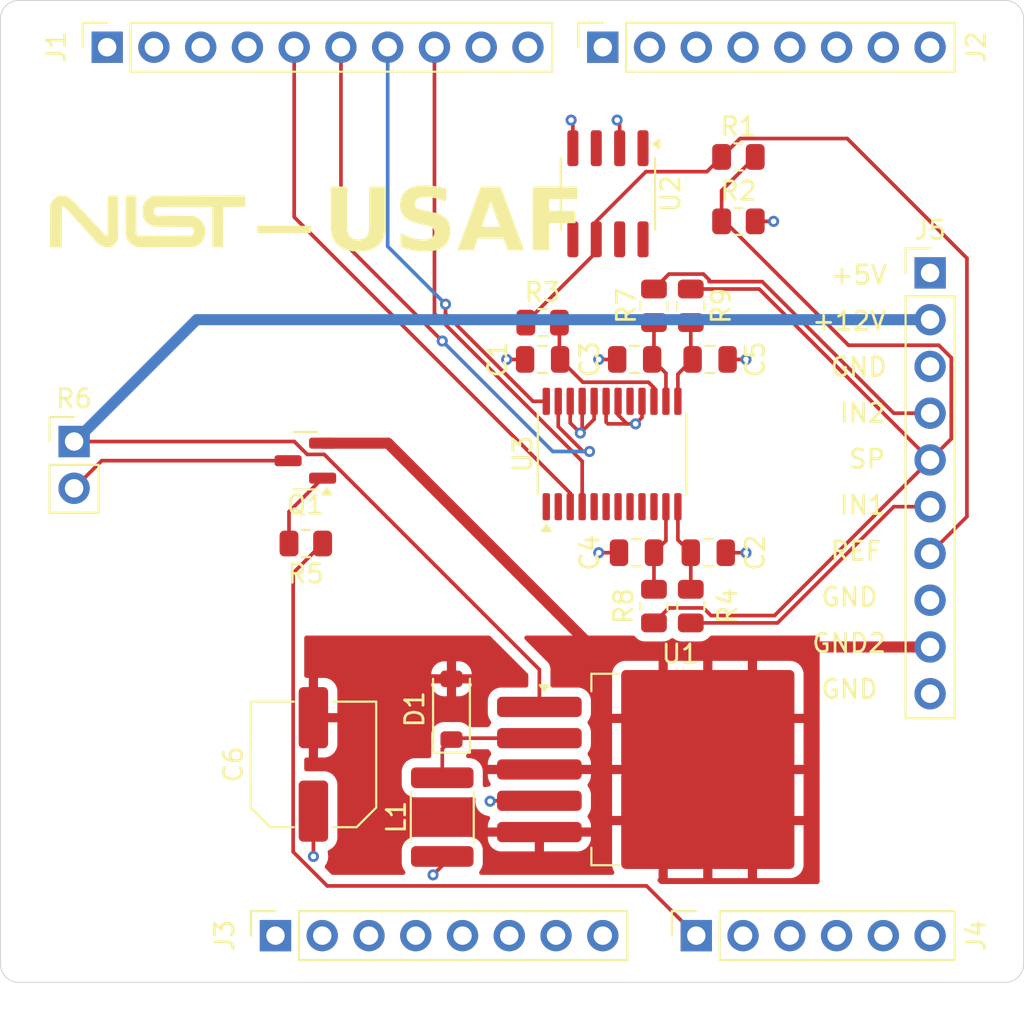
<source format=kicad_pcb>
(kicad_pcb (version 20241229) (generator "pcbnew") (generator_version "9.0")
  (layers (0 "F.Cu" signal) (4 "In1.Cu" signal) (6 "In2.Cu" signal) (2 "B.Cu" signal) (13 "F.Paste" user) (15 "B.Paste" user) (5 "F.SilkS" user "F.Silkscreen") (7 "B.SilkS" user "B.Silkscreen") (1 "F.Mask" user) (3 "B.Mask" user) (25 "Edge.Cuts" user))
  (net 0 "")
  (net 1 "+5V")
  (net 2 "GND")
  (net 3 "REFFIL")
  (net 4 "IN1FIL")
  (net 9 "IN2FIL")
  (net 10 "SPFIL1")
  (net 31 "SPFIL2")
  (net 33 "COPI")
  (net 34 "CIPO")
  (net 35 "CS")
  (net 36 "SCLK")
  (net 37 "Net-(Q1-C)")
  (net 38 "Net-(Q1-B)")
  (net 39 "HEAT")
  (net 49 "IN1")
  (net 50 "REF")
  (net 51 "IN2")
  (net 52 "SP")
  (net 53 "GND2")
  (net 54 "+12V")
  (net 55 "Net-(D1-K)")
  (footprint "Resistor_SMD:R_0805_2012Metric" (layer "F.Cu") (at 138.0875 102)
    (property "Reference" "R2" (at 0 -1.65 0) (layer "F.SilkS"))
    (property "Value" "10k")
    (fp_line (start -0.227064 -0.735) (end 0.227064 -0.735) (stroke (width 0.12)) (layer "F.SilkS"))
    (fp_line (start -0.227064 0.735) (end 0.227064 0.735) (stroke (width 0.12)) (layer "F.SilkS"))
    (pad "1" smd roundrect (at -0.9125 0) (size 1.025 1.4) (layers "F.Cu" "F.Mask" "F.Paste") (roundrect_rratio 0.243902) (net 52 "SP"))
    (pad "2" smd roundrect (at 0.9125 0) (size 1.025 1.4) (layers "F.Cu" "F.Mask" "F.Paste") (roundrect_rratio 0.243902) (net 2 "GND"))
  )
  (footprint "Connector_PinSocket_2.54mm:PinSocket_1x08_P2.54mm_Vertical" (layer "F.Cu") (at 130.72 92.54 90)
    (property "Reference" "J2" (at 0 20.28 90) (layer "F.SilkS"))
    (property "Value" "Conn_01x08" (hide yes))
    (fp_line (start 1.33 -1.33) (end 1.33 0) (stroke (width 0.12)) (layer "F.SilkS"))
    (fp_line (start 0 -1.33) (end 1.33 -1.33) (stroke (width 0.12)) (layer "F.SilkS"))
    (fp_line (start 1.33 1.27) (end 1.33 19.11) (stroke (width 0.12)) (layer "F.SilkS"))
    (fp_line (start -1.33 1.27) (end 1.33 1.27) (stroke (width 0.12)) (layer "F.SilkS"))
    (fp_line (start -1.33 1.27) (end -1.33 19.11) (stroke (width 0.12)) (layer "F.SilkS"))
    (fp_line (start -1.33 19.11) (end 1.33 19.11) (stroke (width 0.12)) (layer "F.SilkS"))
    (pad "1" thru_hole rect (at 0 0 90) (size 1.7 1.7) (drill 1) (layers "*.Cu" "*.Mask"))
    (pad "2" thru_hole oval (at 0 2.54 90) (size 1.7 1.7) (drill 1) (layers "*.Cu" "*.Mask"))
    (pad "3" thru_hole oval (at 0 5.08 90) (size 1.7 1.7) (drill 1) (layers "*.Cu" "*.Mask"))
    (pad "4" thru_hole oval (at 0 7.62 90) (size 1.7 1.7) (drill 1) (layers "*.Cu" "*.Mask"))
    (pad "5" thru_hole oval (at 0 10.16 90) (size 1.7 1.7) (drill 1) (layers "*.Cu" "*.Mask"))
    (pad "6" thru_hole oval (at 0 12.7 90) (size 1.7 1.7) (drill 1) (layers "*.Cu" "*.Mask"))
    (pad "7" thru_hole oval (at 0 15.24 90) (size 1.7 1.7) (drill 1) (layers "*.Cu" "*.Mask"))
    (pad "8" thru_hole oval (at 0 17.78 90) (size 1.7 1.7) (drill 1) (layers "*.Cu" "*.Mask"))
  )
  (footprint "Connector_PinHeader_2.54mm:PinHeader_1x10_P2.54mm_Vertical" (layer "F.Cu") (at 148.5 104.8)
    (property "Reference" "J5" (at 0 -2.33 0) (layer "F.SilkS"))
    (property "Value" "Conn_01x10")
    (fp_line (start -1.33 -1.33) (end 0 -1.33) (stroke (width 0.12)) (layer "F.SilkS"))
    (fp_line (start -1.33 0) (end -1.33 -1.33) (stroke (width 0.12)) (layer "F.SilkS"))
    (fp_line (start -1.33 1.27) (end -1.33 24.19) (stroke (width 0.12)) (layer "F.SilkS"))
    (fp_line (start -1.33 1.27) (end 1.33 1.27) (stroke (width 0.12)) (layer "F.SilkS"))
    (fp_line (start -1.33 24.19) (end 1.33 24.19) (stroke (width 0.12)) (layer "F.SilkS"))
    (fp_line (start 1.33 1.27) (end 1.33 24.19) (stroke (width 0.12)) (layer "F.SilkS"))
    (pad "1" thru_hole rect (at 0 0) (size 1.7 1.7) (drill 1) (layers "*.Cu" "*.Mask") (net 1 "+5V"))
    (pad "2" thru_hole oval (at 0 2.54) (size 1.7 1.7) (drill 1) (layers "*.Cu" "*.Mask") (net 54 "+12V"))
    (pad "3" thru_hole oval (at 0 5.08) (size 1.7 1.7) (drill 1) (layers "*.Cu" "*.Mask") (net 2 "GND"))
    (pad "4" thru_hole oval (at 0 7.62) (size 1.7 1.7) (drill 1) (layers "*.Cu" "*.Mask") (net 51 "IN2"))
    (pad "5" thru_hole oval (at 0 10.16) (size 1.7 1.7) (drill 1) (layers "*.Cu" "*.Mask") (net 52 "SP"))
    (pad "6" thru_hole oval (at 0 12.7) (size 1.7 1.7) (drill 1) (layers "*.Cu" "*.Mask") (net 49 "IN1"))
    (pad "7" thru_hole oval (at 0 15.24) (size 1.7 1.7) (drill 1) (layers "*.Cu" "*.Mask") (net 50 "REF"))
    (pad "8" thru_hole oval (at 0 17.78) (size 1.7 1.7) (drill 1) (layers "*.Cu" "*.Mask") (net 2 "GND"))
    (pad "9" thru_hole oval (at 0 20.32) (size 1.7 1.7) (drill 1) (layers "*.Cu" "*.Mask") (net 53 "GND2"))
    (pad "10" thru_hole oval (at 0 22.86) (size 1.7 1.7) (drill 1) (layers "*.Cu" "*.Mask") (net 2 "GND"))
  )
  (footprint "Capacitor_SMD:C_0805_2012Metric" (layer "F.Cu") (at 136.55 109.5)
    (property "Reference" "C5" (at 2.45 0 90) (layer "F.SilkS"))
    (property "Value" "1u")
    (fp_line (start -0.261252 -0.735) (end 0.261252 -0.735) (stroke (width 0.12)) (layer "F.SilkS"))
    (fp_line (start -0.261252 0.735) (end 0.261252 0.735) (stroke (width 0.12)) (layer "F.SilkS"))
    (pad "1" smd roundrect (at -0.95 0) (size 1 1.45) (layers "F.Cu" "F.Mask" "F.Paste") (net 31 "SPFIL2"))
    (pad "2" smd roundrect (at 0.95 0) (size 1 1.45) (layers "F.Cu" "F.Mask" "F.Paste") (net 2 "GND"))
  )
  (footprint "Connector_PinSocket_2.54mm:PinSocket_1x10_P2.54mm_Vertical" (layer "F.Cu") (at 103.796 92.54 90)
    (property "Reference" "J1" (at 0 -2.77 90) (layer "F.SilkS"))
    (property "Value" "Conn_01x10" (hide yes))
    (fp_line (start 1.33 -1.33) (end 1.33 0) (stroke (width 0.12)) (layer "F.SilkS"))
    (fp_line (start 0 -1.33) (end 1.33 -1.33) (stroke (width 0.12)) (layer "F.SilkS"))
    (fp_line (start 1.33 1.27) (end 1.33 24.19) (stroke (width 0.12)) (layer "F.SilkS"))
    (fp_line (start -1.33 1.27) (end 1.33 1.27) (stroke (width 0.12)) (layer "F.SilkS"))
    (fp_line (start -1.33 1.27) (end -1.33 24.19) (stroke (width 0.12)) (layer "F.SilkS"))
    (fp_line (start -1.33 24.19) (end 1.33 24.19) (stroke (width 0.12)) (layer "F.SilkS"))
    (pad "1" thru_hole rect (at 0 0 90) (size 1.7 1.7) (drill 1) (layers "*.Cu" "*.Mask"))
    (pad "2" thru_hole oval (at 0 2.54 90) (size 1.7 1.7) (drill 1) (layers "*.Cu" "*.Mask"))
    (pad "3" thru_hole oval (at 0 5.08 90) (size 1.7 1.7) (drill 1) (layers "*.Cu" "*.Mask"))
    (pad "4" thru_hole oval (at 0 7.62 90) (size 1.7 1.7) (drill 1) (layers "*.Cu" "*.Mask"))
    (pad "5" thru_hole oval (at 0 10.16 90) (size 1.7 1.7) (drill 1) (layers "*.Cu" "*.Mask") (net 36 "SCLK"))
    (pad "6" thru_hole oval (at 0 12.7 90) (size 1.7 1.7) (drill 1) (layers "*.Cu" "*.Mask") (net 34 "CIPO"))
    (pad "7" thru_hole oval (at 0 15.24 90) (size 1.7 1.7) (drill 1) (layers "*.Cu" "*.Mask") (net 33 "COPI"))
    (pad "8" thru_hole oval (at 0 17.78 90) (size 1.7 1.7) (drill 1) (layers "*.Cu" "*.Mask") (net 35 "CS"))
    (pad "9" thru_hole oval (at 0 20.32 90) (size 1.7 1.7) (drill 1) (layers "*.Cu" "*.Mask"))
    (pad "10" thru_hole oval (at 0 22.86 90) (size 1.7 1.7) (drill 1) (layers "*.Cu" "*.Mask"))
  )
  (footprint "Connector_PinSocket_2.54mm:PinSocket_1x06_P2.54mm_Vertical" (layer "F.Cu") (at 135.8 140.8 90)
    (property "Reference" "J4" (at 0 15.2 90) (layer "F.SilkS"))
    (property "Value" "Conn_01x06")
    (fp_line (start 1.33 -1.33) (end 1.33 0) (stroke (width 0.12)) (layer "F.SilkS"))
    (fp_line (start 0 -1.33) (end 1.33 -1.33) (stroke (width 0.12)) (layer "F.SilkS"))
    (fp_line (start 1.33 1.27) (end 1.33 14.03) (stroke (width 0.12)) (layer "F.SilkS"))
    (fp_line (start -1.33 1.27) (end 1.33 1.27) (stroke (width 0.12)) (layer "F.SilkS"))
    (fp_line (start -1.33 1.27) (end -1.33 14.03) (stroke (width 0.12)) (layer "F.SilkS"))
    (fp_line (start -1.33 14.03) (end 1.33 14.03) (stroke (width 0.12)) (layer "F.SilkS"))
    (pad "1" thru_hole rect (at 0 0 90) (size 1.7 1.7) (drill 1) (layers "*.Cu" "*.Mask") (net 39 "HEAT"))
    (pad "2" thru_hole oval (at 0 2.54 90) (size 1.7 1.7) (drill 1) (layers "*.Cu" "*.Mask"))
    (pad "3" thru_hole oval (at 0 5.08 90) (size 1.7 1.7) (drill 1) (layers "*.Cu" "*.Mask"))
    (pad "4" thru_hole oval (at 0 7.62 90) (size 1.7 1.7) (drill 1) (layers "*.Cu" "*.Mask"))
    (pad "5" thru_hole oval (at 0 10.16 90) (size 1.7 1.7) (drill 1) (layers "*.Cu" "*.Mask"))
    (pad "6" thru_hole oval (at 0 12.7 90) (size 1.7 1.7) (drill 1) (layers "*.Cu" "*.Mask"))
  )
  (footprint "Resistor_SMD:R_0805_2012Metric" (layer "F.Cu") (at 138.0875 98.5)
    (property "Reference" "R1" (at 0 -1.65 0) (layer "F.SilkS"))
    (property "Value" "10k")
    (fp_line (start -0.227064 -0.735) (end 0.227064 -0.735) (stroke (width 0.12)) (layer "F.SilkS"))
    (fp_line (start -0.227064 0.735) (end 0.227064 0.735) (stroke (width 0.12)) (layer "F.SilkS"))
    (pad "1" smd roundrect (at -0.9125 0) (size 1.025 1.4) (layers "F.Cu" "F.Mask" "F.Paste") (roundrect_rratio 0.243902) (net 50 "REF"))
    (pad "2" smd roundrect (at 0.9125 0) (size 1.025 1.4) (layers "F.Cu" "F.Mask" "F.Paste") (roundrect_rratio 0.243902) (net 52 "SP"))
  )
  (footprint "Resistor_SMD:R_0805_2012Metric" (layer "F.Cu") (at 114.5875 119.5 180)
    (property "Reference" "R5" (at 0 -1.65 0) (layer "F.SilkS"))
    (property "Value" "5k")
    (fp_line (start -0.227064 0.735) (end 0.227064 0.735) (stroke (width 0.12)) (layer "F.SilkS"))
    (fp_line (start -0.227064 -0.735) (end 0.227064 -0.735) (stroke (width 0.12)) (layer "F.SilkS"))
    (pad "1" smd roundrect (at -0.9125 0 180) (size 1.025 1.4) (layers "F.Cu" "F.Mask" "F.Paste") (roundrect_rratio 0.243902) (net 39 "HEAT"))
    (pad "2" smd roundrect (at 0.9125 0 180) (size 1.025 1.4) (layers "F.Cu" "F.Mask" "F.Paste") (roundrect_rratio 0.243902) (net 38 "Net-(Q1-B)"))
  )
  (footprint "Package_TO_SOT_SMD:SOT-23" (layer "F.Cu") (at 114.5625 115 180)
    (property "Reference" "Q1" (at 0 -2.4 0) (layer "F.SilkS"))
    (property "Value" "MMBT3904")
    (fp_line (start 0 1.56) (end 0.65 1.56) (stroke (width 0.12)) (layer "F.SilkS"))
    (fp_line (start 0 1.56) (end -0.65 1.56) (stroke (width 0.12)) (layer "F.SilkS"))
    (fp_line (start 0 -1.56) (end 0.65 -1.56) (stroke (width 0.12)) (layer "F.SilkS"))
    (fp_line (start 0 -1.56) (end -0.65 -1.56) (stroke (width 0.12)) (layer "F.SilkS"))
    (fp_poly (pts (xy -1.1625 -1.51) (xy -1.4025 -1.84) (xy -0.9225 -1.84) (xy -1.1625 -1.51)) (stroke (width 0.12)) (fill yes) (layer "F.SilkS"))
    (pad "1" smd roundrect (at -0.9375 -0.95 180) (size 1.475 0.6) (layers "F.Cu" "F.Mask" "F.Paste") (net 38 "Net-(Q1-B)"))
    (pad "2" smd roundrect (at -0.9375 0.95 180) (size 1.475 0.6) (layers "F.Cu" "F.Mask" "F.Paste") (net 53 "GND2"))
    (pad "3" smd roundrect (at 0.9375 0 180) (size 1.475 0.6) (layers "F.Cu" "F.Mask" "F.Paste") (net 37 "Net-(Q1-C)"))
  )
  (footprint "Resistor_SMD:R_0805_2012Metric" (layer "F.Cu") (at 135.5 122.9 90)
    (property "Reference" "R4" (at 0 2 90) (layer "F.SilkS"))
    (property "Value" "1k")
    (fp_line (start -0.227064 -0.735) (end 0.227064 -0.735) (stroke (width 0.12)) (layer "F.SilkS"))
    (fp_line (start -0.227064 0.735) (end 0.227064 0.735) (stroke (width 0.12)) (layer "F.SilkS"))
    (pad "1" smd roundrect (at -0.9125 0 90) (size 1.025 1.4) (layers "F.Cu" "F.Mask" "F.Paste") (roundrect_rratio 0.243902) (net 49 "IN1"))
    (pad "2" smd roundrect (at 0.9125 0 90) (size 1.025 1.4) (layers "F.Cu" "F.Mask" "F.Paste") (roundrect_rratio 0.243902) (net 4 "IN1FIL"))
  )
  (footprint "Package_SO:SOIC-8_3.9x4.9mm_P1.27mm" (layer "F.Cu") (at 131 100.5 -90)
    (property "Reference" "U2" (at 0 -3.4 90) (layer "F.SilkS"))
    (property "Value" "~")
    (fp_line (start 0 2.56) (end -1.95 2.56) (stroke (width 0.12)) (layer "F.SilkS"))
    (fp_line (start 0 2.56) (end 1.95 2.56) (stroke (width 0.12)) (layer "F.SilkS"))
    (fp_line (start 0 -2.56) (end -1.95 -2.56) (stroke (width 0.12)) (layer "F.SilkS"))
    (fp_line (start 0 -2.56) (end 1.95 -2.56) (stroke (width 0.12)) (layer "F.SilkS"))
    (fp_poly (pts (xy -2.7 -2.465) (xy -2.94 -2.795) (xy -2.46 -2.795) (xy -2.7 -2.465)) (stroke (width 0.12)) (fill yes) (layer "F.SilkS"))
    (pad "1" smd roundrect (at -2.475 -1.905 270) (size 1.95 0.6) (layers "F.Cu" "F.Mask" "F.Paste"))
    (pad "2" smd roundrect (at -2.475 -0.635 270) (size 1.95 0.6) (layers "F.Cu" "F.Mask" "F.Paste") (net 1 "+5V"))
    (pad "3" smd roundrect (at -2.475 0.635 270) (size 1.95 0.6) (layers "F.Cu" "F.Mask" "F.Paste"))
    (pad "4" smd roundrect (at -2.475 1.905 270) (size 1.95 0.6) (layers "F.Cu" "F.Mask" "F.Paste") (net 2 "GND"))
    (pad "5" smd roundrect (at 2.475 1.905 270) (size 1.95 0.6) (layers "F.Cu" "F.Mask" "F.Paste"))
    (pad "6" smd roundrect (at 2.475 0.635 270) (size 1.95 0.6) (layers "F.Cu" "F.Mask" "F.Paste") (net 50 "REF"))
    (pad "7" smd roundrect (at 2.475 -0.635 270) (size 1.95 0.6) (layers "F.Cu" "F.Mask" "F.Paste"))
    (pad "8" smd roundrect (at 2.475 -1.905 270) (size 1.95 0.6) (layers "F.Cu" "F.Mask" "F.Paste"))
  )
  (footprint "Resistor_SMD:R_0805_2012Metric" (layer "F.Cu") (at 135.5 106.5875 -90)
    (property "Reference" "R9" (at 0 -1.65 90) (layer "F.SilkS"))
    (property "Value" "1k")
    (fp_line (start -0.227064 0.735) (end 0.227064 0.735) (stroke (width 0.12)) (layer "F.SilkS"))
    (fp_line (start -0.227064 -0.735) (end 0.227064 -0.735) (stroke (width 0.12)) (layer "F.SilkS"))
    (pad "1" smd roundrect (at -0.9125 0 270) (size 1.025 1.4) (layers "F.Cu" "F.Mask" "F.Paste") (roundrect_rratio 0.243902) (net 52 "SP"))
    (pad "2" smd roundrect (at 0.9125 0 270) (size 1.025 1.4) (layers "F.Cu" "F.Mask" "F.Paste") (roundrect_rratio 0.243902) (net 31 "SPFIL2"))
  )
  (footprint "Connector_PinHeader_2.54mm:PinHeader_1x02_P2.54mm_Vertical" (layer "F.Cu") (at 102 113.96)
    (property "Reference" "R6" (at 0 -2.33 0) (layer "F.SilkS"))
    (property "Value" "100")
    (fp_line (start -1.33 -1.33) (end 0 -1.33) (stroke (width 0.12)) (layer "F.SilkS"))
    (fp_line (start -1.33 0) (end -1.33 -1.33) (stroke (width 0.12)) (layer "F.SilkS"))
    (fp_line (start -1.33 1.27) (end -1.33 3.87) (stroke (width 0.12)) (layer "F.SilkS"))
    (fp_line (start -1.33 1.27) (end 1.33 1.27) (stroke (width 0.12)) (layer "F.SilkS"))
    (fp_line (start -1.33 3.87) (end 1.33 3.87) (stroke (width 0.12)) (layer "F.SilkS"))
    (fp_line (start 1.33 1.27) (end 1.33 3.87) (stroke (width 0.12)) (layer "F.SilkS"))
    (pad "1" thru_hole rect (at 0 0) (size 1.7 1.7) (drill 1) (layers "*.Cu" "*.Mask") (net 54 "+12V"))
    (pad "2" thru_hole oval (at 0 2.54) (size 1.7 1.7) (drill 1) (layers "*.Cu" "*.Mask") (net 37 "Net-(Q1-C)"))
  )
  (footprint "Resistor_SMD:R_0805_2012Metric" (layer "F.Cu") (at 133.5 106.5875 -90)
    (property "Reference" "R7" (at 0 1.5 90) (layer "F.SilkS"))
    (property "Value" "1k")
    (fp_line (start -0.227064 0.735) (end 0.227064 0.735) (stroke (width 0.12)) (layer "F.SilkS"))
    (fp_line (start -0.227064 -0.735) (end 0.227064 -0.735) (stroke (width 0.12)) (layer "F.SilkS"))
    (pad "1" smd roundrect (at -0.9125 0 270) (size 1.025 1.4) (layers "F.Cu" "F.Mask" "F.Paste") (roundrect_rratio 0.243902) (net 51 "IN2"))
    (pad "2" smd roundrect (at 0.9125 0 270) (size 1.025 1.4) (layers "F.Cu" "F.Mask" "F.Paste") (roundrect_rratio 0.243902) (net 9 "IN2FIL"))
  )
  (footprint "Resistor_SMD:R_0805_2012Metric" (layer "F.Cu") (at 133.5 122.9 90)
    (property "Reference" "R8" (at 0 -1.65 90) (layer "F.SilkS"))
    (property "Value" "1k")
    (fp_line (start -0.227064 -0.735) (end 0.227064 -0.735) (stroke (width 0.12)) (layer "F.SilkS"))
    (fp_line (start -0.227064 0.735) (end 0.227064 0.735) (stroke (width 0.12)) (layer "F.SilkS"))
    (pad "1" smd roundrect (at -0.9125 0 90) (size 1.025 1.4) (layers "F.Cu" "F.Mask" "F.Paste") (roundrect_rratio 0.243902) (net 52 "SP"))
    (pad "2" smd roundrect (at 0.9125 0 90) (size 1.025 1.4) (layers "F.Cu" "F.Mask" "F.Paste") (roundrect_rratio 0.243902) (net 10 "SPFIL1"))
  )
  (footprint "LOGO" (layer "F.Cu") (at 106 102)
    (property "Reference" "G***" (hide yes))
    (property "Value" "LOGO" (hide yes))
    (fp_poly (pts (xy -1.598687 -0.220421) (xy -1.599772 0.019914) (xy -1.600817 0.225658) (xy -1.601927 0.399738) (xy -1.603206 0.54508) (xy -1.604758 0.664612) (xy -1.606687 0.76126) (xy -1.609098 0.837952) (xy -1.612095 0.897613) (xy -1.615781 0.943172) (xy -1.620261 0.977555) (xy -1.625639 1.003689) (xy -1.63202 1.024501) (xy -1.639508 1.042918) (xy -1.644009 1.052813) (xy -1.711837 1.16396) (xy -1.804122 1.265921) (xy -1.908116 1.344649) (xy -1.909681 1.34557) (xy -2.011347 1.385948) (xy -2.133542 1.403967) (xy -2.267213 1.400349) (xy -2.403309 1.375814) (xy -2.532777 1.331082) (xy -2.612144 1.28966) (xy -2.653305 1.257981) (xy -2.710435 1.205466) (xy -2.775333 1.139974) (xy -2.827875 1.08291) (xy -2.951299 0.944596) (xy -3.083425 0.797621) (xy -3.221952 0.644468) (xy -3.364577 0.487616) (xy -3.508998 0.329549) (xy -3.652912 0.172746) (xy -3.794019 0.019689) (xy -3.930014 -0.12714) (xy -4.058596 -0.26526) (xy -4.177463 -0.392189) (xy -4.284312 -0.505447) (xy -4.376841 -0.602551) (xy -4.452748 -0.681021) (xy -4.509731 -0.738375) (xy -4.545487 -0.772132) (xy -4.556707 -0.780409) (xy -4.57835 -0.786856) (xy -4.596795 -0.790941) (xy -4.61231 -0.789957) (xy -4.625166 -0.781195) (xy -4.635629 -0.761949) (xy -4.64397 -0.729509) (xy -4.650456 -0.681169) (xy -4.655358 -0.614221) (xy -4.658943 -0.525956) (xy -4.66148 -0.413668) (xy -4.663239 -0.274648) (xy -4.664487 -0.106189) (xy -4.665495 0.094418) (xy -4.666511 0.325639) (xy -4.671353 1.406942) (xy -4.991034 1.406942) (xy -5.310715 1.406942) (xy -5.305099 0.24856) (xy -5.299483 -0.909823) (xy -5.246943 -1.022378) (xy -5.168989 -1.150974) (xy -5.066691 -1.260897) (xy -4.948376 -1.343278) (xy -4.943057 -1.346067) (xy -4.842396 -1.382584) (xy -4.721475 -1.402612) (xy -4.594197 -1.405165) (xy -4.474469 -1.38926) (xy -4.444224 -1.381375) (xy -4.403213 -1.368382) (xy -4.363993 -1.353287) (xy -4.32451 -1.334183) (xy -4.282715 -1.309166) (xy -4.236555 -1.276333) (xy -4.183979 -1.233778) (xy -4.122934 -1.179596) (xy -4.051371 -1.111883) (xy -3.967237 -1.028734) (xy -3.86848 -0.928245) (xy -3.753049 -0.80851) (xy -3.618893 -0.667626) (xy -3.46396 -0.503688) (xy -3.286198 -0.31479) (xy -3.223455 -0.248012) (xy -3.073036 -0.08761) (xy -2.930247 0.065179) (xy -2.79716 0.208106) (xy -2.675848 0.338919) (xy -2.568383 0.455368) (xy -2.476837 0.555204) (xy -2.403282 0.636175) (xy -2.349791 0.696031) (xy -2.318436 0.732523) (xy -2.3107 0.743177) (xy -2.289773 0.7635) (xy -2.251149 0.768046) (xy -2.211403 0.756306) (xy -2.198582 0.746618) (xy -2.193475 0.732003) (xy -2.189124 0.697719) (xy -2.185484 0.641605) (xy -2.182512 0.561501) (xy -2.180161 0.455248) (xy -2.178387 0.320685) (xy -2.177147 0.155652) (xy -2.176394 -0.042012) (xy -2.176084 -0.274465) (xy -2.176071 -0.341418) (xy -2.176071 -1.406942) (xy -1.884766 -1.406942) (xy -1.59346 -1.406942)) (fill yes) (layer "F.SilkS"))
    (fp_poly (pts (xy 5.290104 -1.097947) (xy 5.290104 -0.788415) (xy 4.694498 -0.783461) (xy 4.098892 -0.778508) (xy 4.094051 0.314217) (xy 4.089211 1.406942) (xy 3.798594 1.406942) (xy 3.507977 1.406942) (xy 3.507977 0.309527) (xy 3.507977 -0.787888) (xy 2.040067 -0.787783) (xy 1.739886 -0.787509) (xy 1.469912 -0.786738) (xy 1.231062 -0.785483) (xy 1.02425 -0.783754) (xy 0.850392 -0.781563) (xy 0.710402 -0.778923) (xy 0.605197 -0.775843) (xy 0.535691 -0.772336) (xy 0.503015 -0.768475) (xy 0.444503 -0.740681) (xy 0.390611 -0.697358) (xy 0.383764 -0.689719) (xy 0.354016 -0.648849) (xy 0.340903 -0.609214) (xy 0.340176 -0.554517) (xy 0.342001 -0.529525) (xy 0.352339 -0.460448) (xy 0.374239 -0.411155) (xy 0.410003 -0.369205) (xy 0.469659 -0.309527) (xy 1.496388 -0.300148) (xy 2.523117 -0.290768) (xy 2.649902 -0.230711) (xy 2.800264 -0.139582) (xy 2.928502 -0.020867) (xy 3.029421 0.120362) (xy 3.05094 0.160944) (xy 3.087578 0.241467) (xy 3.109867 0.311344) (xy 3.122428 0.388335) (xy 3.127971 0.457017) (xy 3.124853 0.649202) (xy 3.091721 0.826995) (xy 3.030016 0.987055) (xy 2.941182 1.126039) (xy 2.826659 1.240604) (xy 2.773219 1.279344) (xy 2.7397 1.301658) (xy 2.709763 1.321214) (xy 2.680826 1.33819) (xy 2.650309 1.352768) (xy 2.615631 1.365125) (xy 2.574211 1.375443) (xy 2.523469 1.3839) (xy 2.460824 1.390677) (xy 2.383695 1.395952) (xy 2.289502 1.399906) (xy 2.175664 1.402718) (xy 2.0396 1.404567) (xy 1.87873 1.405635) (xy 1.690472 1.406099) (xy 1.472247 1.406139) (xy 1.221473 1.405937) (xy 0.958069 1.405688) (xy 0.669326 1.405335) (xy 0.415923 1.404756) (xy 0.195679 1.403917) (xy 0.006416 1.402782) (xy -0.154045 1.401316) (xy -0.287882 1.399484) (xy -0.397276 1.397251) (xy -0.484404 1.394581) (xy -0.551446 1.39144) (xy -0.600581 1.387792) (xy -0.633988 1.383602) (xy -0.651207 1.379727) (xy -0.795202 1.315674) (xy -0.924658 1.220414) (xy -1.034878 1.098946) (xy -1.121168 0.956267) (xy -1.170849 0.826691) (xy -1.177318 0.800377) (xy -1.182799 0.767277) (xy -1.187371 0.724313) (xy -1.191111 0.668409) (xy -1.194098 0.59649) (xy -1.19641 0.505479) (xy -1.198126 0.392299) (xy -1.199323 0.253876) (xy -1.200081 0.087131) (xy -1.200477 -0.11101) (xy -1.200591 -0.341071) (xy -1.200591 -1.406942) (xy -0.909822 -1.406942) (xy -0.619054 -1.406942) (xy -0.619054 -0.349953) (xy -0.619032 -0.124291) (xy -0.618894 0.066837) (xy -0.618531 0.226415) (xy -0.617837 0.357426) (xy -0.616703 0.462855) (xy -0.615021 0.545686) (xy -0.612684 0.608903) (xy -0.609584 0.655489) (xy -0.605613 0.688429) (xy -0.600662 0.710708) (xy -0.594625 0.725308) (xy -0.587394 0.735215) (xy -0.579566 0.742772) (xy -0.571137 0.74939) (xy -0.559789 0.755137) (xy -0.542983 0.760074) (xy -0.518181 0.764264) (xy -0.482842 0.767766) (xy -0.434428 0.770643) (xy -0.3704 0.772955) (xy -0.288218 0.774765) (xy -0.185344 0.776133) (xy -0.059237 0.777121) (xy 0.09264 0.77779) (xy 0.272827 0.778202) (xy 0.483864 0.778418) (xy 0.728289 0.778499) (xy 0.899573 0.778508) (xy 1.173249 0.778413) (xy 1.411775 0.7781) (xy 1.617521 0.777527) (xy 1.792856 0.776652) (xy 1.940148 0.775435) (xy 2.061766 0.773832) (xy 2.160079 0.771804) (xy 2.237457 0.769307) (xy 2.296267 0.766301) (xy 2.338878 0.762744) (xy 2.367661 0.758594) (xy 2.384982 0.753809) (xy 2.388114 0.752343) (xy 2.442527 0.703609) (xy 2.47777 0.632557) (xy 2.492669 0.549791) (xy 2.486055 0.465912) (xy 2.456757 0.391521) (xy 2.43151 0.359445) (xy 2.381615 0.309527) (xy 1.345571 0.300074) (xy 1.122275 0.298012) (xy 0.933289 0.296137) (xy 0.775406 0.294299) (xy 0.645419 0.292349) (xy 0.540121 0.290137) (xy 0.456306 0.287515) (xy 0.390765 0.284333) (xy 0.340293 0.280442) (xy 0.301683 0.275693) (xy 0.271726 0.269937) (xy 0.247217 0.263024) (xy 0.224949 0.254807) (xy 0.206352 0.247091) (xy 0.057088 0.164991) (xy -0.069598 0.055943) (xy -0.169714 -0.075697) (xy -0.239267 -0.225573) (xy -0.245886 -0.246272) (xy -0.263964 -0.313163) (xy -0.27493 -0.376792) (xy -0.279869 -0.448823) (xy -0.279868 -0.540925) (xy -0.27842 -0.596052) (xy -0.274508 -0.694459) (xy -0.268618 -0.766136) (xy -0.258675 -0.821873) (xy -0.242603 -0.872458) (xy -0.218328 -0.92868) (xy -0.211711 -0.942811) (xy -0.126993 -1.084216) (xy -0.017273 -1.207699) (xy 0.109915 -1.305418) (xy 0.166754 -1.336902) (xy 0.289966 -1.397563) (xy 2.790035 -1.402521) (xy 5.290104 -1.407479)) (fill yes) (layer "F.SilkS"))
  )
  (footprint "Package_SO:TSSOP-24_4.4x7.8mm_P0.65mm" (layer "F.Cu") (at 131.225 114.6375 90)
    (property "Reference" "U3" (at 0 -4.85 90) (layer "F.SilkS"))
    (property "Value" "~")
    (fp_line (start 0 -4.035) (end 2.2 -4.035) (stroke (width 0.12)) (layer "F.SilkS"))
    (fp_line (start 0 -4.035) (end -2.2 -4.035) (stroke (width 0.12)) (layer "F.SilkS"))
    (fp_line (start 0 4.035) (end 2.2 4.035) (stroke (width 0.12)) (layer "F.SilkS"))
    (fp_line (start 0 4.035) (end -2.2 4.035) (stroke (width 0.12)) (layer "F.SilkS"))
    (fp_poly (pts (xy -3.86 -3.575) (xy -4.19 -3.815) (xy -4.19 -3.335) (xy -3.86 -3.575)) (stroke (width 0.12)) (fill yes) (layer "F.SilkS"))
    (pad "1" smd roundrect (at -2.8625 -3.575 90) (size 1.475 0.4) (layers "F.Cu" "F.Mask" "F.Paste"))
    (pad "2" smd roundrect (at -2.8625 -2.925 90) (size 1.475 0.4) (layers "F.Cu" "F.Mask" "F.Paste"))
    (pad "3" smd roundrect (at -2.8625 -2.275 90) (size 1.475 0.4) (layers "F.Cu" "F.Mask" "F.Paste") (net 36 "SCLK"))
    (pad "4" smd roundrect (at -2.8625 -1.625 90) (size 1.475 0.4) (layers "F.Cu" "F.Mask" "F.Paste") (net 35 "CS"))
    (pad "5" smd roundrect (at -2.8625 -0.975 90) (size 1.475 0.4) (layers "F.Cu" "F.Mask" "F.Paste"))
    (pad "6" smd roundrect (at -2.8625 -0.325 90) (size 1.475 0.4) (layers "F.Cu" "F.Mask" "F.Paste"))
    (pad "7" smd roundrect (at -2.8625 0.325 90) (size 1.475 0.4) (layers "F.Cu" "F.Mask" "F.Paste"))
    (pad "8" smd roundrect (at -2.8625 0.975 90) (size 1.475 0.4) (layers "F.Cu" "F.Mask" "F.Paste"))
    (pad "9" smd roundrect (at -2.8625 1.625 90) (size 1.475 0.4) (layers "F.Cu" "F.Mask" "F.Paste"))
    (pad "10" smd roundrect (at -2.8625 2.275 90) (size 1.475 0.4) (layers "F.Cu" "F.Mask" "F.Paste"))
    (pad "11" smd roundrect (at -2.8625 2.925 90) (size 1.475 0.4) (layers "F.Cu" "F.Mask" "F.Paste") (net 10 "SPFIL1"))
    (pad "12" smd roundrect (at -2.8625 3.575 90) (size 1.475 0.4) (layers "F.Cu" "F.Mask" "F.Paste") (net 4 "IN1FIL"))
    (pad "13" smd roundrect (at 2.8625 3.575 90) (size 1.475 0.4) (layers "F.Cu" "F.Mask" "F.Paste") (net 31 "SPFIL2"))
    (pad "14" smd roundrect (at 2.8625 2.925 90) (size 1.475 0.4) (layers "F.Cu" "F.Mask" "F.Paste") (net 9 "IN2FIL"))
    (pad "15" smd roundrect (at 2.8625 2.275 90) (size 1.475 0.4) (layers "F.Cu" "F.Mask" "F.Paste") (net 3 "REFFIL"))
    (pad "16" smd roundrect (at 2.8625 1.625 90) (size 1.475 0.4) (layers "F.Cu" "F.Mask" "F.Paste") (net 2 "GND"))
    (pad "17" smd roundrect (at 2.8625 0.975 90) (size 1.475 0.4) (layers "F.Cu" "F.Mask" "F.Paste"))
    (pad "18" smd roundrect (at 2.8625 0.325 90) (size 1.475 0.4) (layers "F.Cu" "F.Mask" "F.Paste") (net 2 "GND"))
    (pad "19" smd roundrect (at 2.8625 -0.325 90) (size 1.475 0.4) (layers "F.Cu" "F.Mask" "F.Paste") (net 2 "GND"))
    (pad "20" smd roundrect (at 2.8625 -0.975 90) (size 1.475 0.4) (layers "F.Cu" "F.Mask" "F.Paste") (net 1 "+5V"))
    (pad "21" smd roundrect (at 2.8625 -1.625 90) (size 1.475 0.4) (layers "F.Cu" "F.Mask" "F.Paste") (net 1 "+5V"))
    (pad "22" smd roundrect (at 2.8625 -2.275 90) (size 1.475 0.4) (layers "F.Cu" "F.Mask" "F.Paste") (net 1 "+5V"))
    (pad "23" smd roundrect (at 2.8625 -2.925 90) (size 1.475 0.4) (layers "F.Cu" "F.Mask" "F.Paste") (net 34 "CIPO"))
    (pad "24" smd roundrect (at 2.8625 -3.575 90) (size 1.475 0.4) (layers "F.Cu" "F.Mask" "F.Paste") (net 33 "COPI"))
  )
  (footprint "Resistor_SMD:R_0805_2012Metric" (layer "F.Cu") (at 127.45 107.5)
    (property "Reference" "R3" (at 0 -1.65 0) (layer "F.SilkS"))
    (property "Value" "10")
    (fp_line (start -0.227064 -0.735) (end 0.227064 -0.735) (stroke (width 0.12)) (layer "F.SilkS"))
    (fp_line (start -0.227064 0.735) (end 0.227064 0.735) (stroke (width 0.12)) (layer "F.SilkS"))
    (pad "1" smd roundrect (at -0.9125 0) (size 1.025 1.4) (layers "F.Cu" "F.Mask" "F.Paste") (roundrect_rratio 0.243902) (net 50 "REF"))
    (pad "2" smd roundrect (at 0.9125 0) (size 1.025 1.4) (layers "F.Cu" "F.Mask" "F.Paste") (roundrect_rratio 0.243902) (net 3 "REFFIL"))
  )
  (footprint "Capacitor_SMD:C_Elec_6.3x7.7" (layer "F.Cu") (at 115 131.5 90)
    (property "Reference" "C6" (at 0 -4.35 90) (layer "F.SilkS"))
    (property "Value" "330u")
    (fp_line (start 3.41 -3.41) (end 3.41 -1.06) (stroke (width 0.12)) (layer "F.SilkS"))
    (fp_line (start -2.345563 -3.41) (end 3.41 -3.41) (stroke (width 0.12)) (layer "F.SilkS"))
    (fp_line (start -3.41 -2.345563) (end -2.345563 -3.41) (stroke (width 0.12)) (layer "F.SilkS"))
    (fp_line (start -3.41 -2.345563) (end -3.41 -1.06) (stroke (width 0.12)) (layer "F.SilkS"))
    (fp_line (start -3.41 2.345563) (end -3.41 1.06) (stroke (width 0.12)) (layer "F.SilkS"))
    (fp_line (start -3.41 2.345563) (end -2.345563 3.41) (stroke (width 0.12)) (layer "F.SilkS"))
    (fp_line (start 3.41 3.41) (end 3.41 1.06) (stroke (width 0.12)) (layer "F.SilkS"))
    (fp_line (start -2.345563 3.41) (end 3.41 3.41) (stroke (width 0.12)) (layer "F.SilkS"))
    (pad "1" smd roundrect (at -2.5375 0 90) (size 3.325 1.6) (layers "F.Cu" "F.Mask" "F.Paste") (roundrect_rratio 0.15625) (net 1 "+5V"))
    (pad "2" smd roundrect (at 2.5375 0 90) (size 3.325 1.6) (layers "F.Cu" "F.Mask" "F.Paste") (roundrect_rratio 0.15625) (net 53 "GND2"))
  )
  (footprint "Capacitor_SMD:C_0805_2012Metric" (layer "F.Cu") (at 132.55 120 180)
    (property "Reference" "C4" (at 2.55 0 90) (layer "F.SilkS"))
    (property "Value" "1u")
    (fp_line (start -0.261252 0.735) (end 0.261252 0.735) (stroke (width 0.12)) (layer "F.SilkS"))
    (fp_line (start -0.261252 -0.735) (end 0.261252 -0.735) (stroke (width 0.12)) (layer "F.SilkS"))
    (pad "1" smd roundrect (at -0.95 0 180) (size 1 1.45) (layers "F.Cu" "F.Mask" "F.Paste") (net 10 "SPFIL1"))
    (pad "2" smd roundrect (at 0.95 0 180) (size 1 1.45) (layers "F.Cu" "F.Mask" "F.Paste") (net 2 "GND"))
  )
  (footprint "Diode_SMD:D_SOD-123" (layer "F.Cu") (at 122.5 128.5 90)
    (property "Reference" "D1" (at 0 -2 90) (layer "F.SilkS"))
    (property "Value" "1N5819WS")
    (fp_line (start -2.36 -1) (end 1.65 -1) (stroke (width 0.12)) (layer "F.SilkS"))
    (fp_line (start -2.36 -1) (end -2.36 1) (stroke (width 0.12)) (layer "F.SilkS"))
    (fp_line (start -2.36 1) (end 1.65 1) (stroke (width 0.12)) (layer "F.SilkS"))
    (pad "1" smd roundrect (at -1.65 0 90) (size 0.9 1.2) (layers "F.Cu" "F.Mask" "F.Paste") (net 55 "Net-(D1-K)"))
    (pad "2" smd roundrect (at 1.65 0 90) (size 0.9 1.2) (layers "F.Cu" "F.Mask" "F.Paste") (net 53 "GND2"))
  )
  (footprint "Capacitor_SMD:C_0805_2012Metric" (layer "F.Cu") (at 136.45 120)
    (property "Reference" "C2" (at 2.55 0 90) (layer "F.SilkS"))
    (property "Value" "1u")
    (fp_line (start -0.261252 -0.735) (end 0.261252 -0.735) (stroke (width 0.12)) (layer "F.SilkS"))
    (fp_line (start -0.261252 0.735) (end 0.261252 0.735) (stroke (width 0.12)) (layer "F.SilkS"))
    (pad "1" smd roundrect (at -0.95 0) (size 1 1.45) (layers "F.Cu" "F.Mask" "F.Paste") (net 4 "IN1FIL"))
    (pad "2" smd roundrect (at 0.95 0) (size 1 1.45) (layers "F.Cu" "F.Mask" "F.Paste") (net 2 "GND"))
  )
  (footprint "Inductor_SMD:L_1812_4532Metric" (layer "F.Cu") (at 122 134.3625 -90)
    (property "Reference" "L1" (at 0 2.5 90) (layer "F.SilkS"))
    (property "Value" "330u")
    (fp_line (start -1.386252 1.71) (end 1.386252 1.71) (stroke (width 0.12)) (layer "F.SilkS"))
    (fp_line (start -1.386252 -1.71) (end 1.386252 -1.71) (stroke (width 0.12)) (layer "F.SilkS"))
    (pad "1" smd roundrect (at -2.1375 0 270) (size 1.125 3.4) (layers "F.Cu" "F.Mask" "F.Paste") (roundrect_rratio 0.222222) (net 55 "Net-(D1-K)"))
    (pad "2" smd roundrect (at 2.1375 0 270) (size 1.125 3.4) (layers "F.Cu" "F.Mask" "F.Paste") (roundrect_rratio 0.222222) (net 1 "+5V"))
  )
  (footprint "Capacitor_SMD:C_0805_2012Metric" (layer "F.Cu") (at 132.45 109.5 180)
    (property "Reference" "C3" (at 2.45 0 90) (layer "F.SilkS"))
    (property "Value" "1u")
    (fp_line (start -0.261252 0.735) (end 0.261252 0.735) (stroke (width 0.12)) (layer "F.SilkS"))
    (fp_line (start -0.261252 -0.735) (end 0.261252 -0.735) (stroke (width 0.12)) (layer "F.SilkS"))
    (pad "1" smd roundrect (at -0.95 0 180) (size 1 1.45) (layers "F.Cu" "F.Mask" "F.Paste") (net 9 "IN2FIL"))
    (pad "2" smd roundrect (at 0.95 0 180) (size 1 1.45) (layers "F.Cu" "F.Mask" "F.Paste") (net 2 "GND"))
  )
  (footprint "Capacitor_SMD:C_0805_2012Metric" (layer "F.Cu") (at 127.45 109.5 180)
    (property "Reference" "C1" (at 2.45 0 90) (layer "F.SilkS"))
    (property "Value" "1u")
    (fp_line (start -0.261252 0.735) (end 0.261252 0.735) (stroke (width 0.12)) (layer "F.SilkS"))
    (fp_line (start -0.261252 -0.735) (end 0.261252 -0.735) (stroke (width 0.12)) (layer "F.SilkS"))
    (pad "1" smd roundrect (at -0.95 0 180) (size 1 1.45) (layers "F.Cu" "F.Mask" "F.Paste") (net 3 "REFFIL"))
    (pad "2" smd roundrect (at 0.95 0 180) (size 1 1.45) (layers "F.Cu" "F.Mask" "F.Paste") (net 2 "GND"))
  )
  (footprint "Connector_PinSocket_2.54mm:PinSocket_1x08_P2.54mm_Vertical" (layer "F.Cu") (at 112.94 140.8 90)
    (property "Reference" "J3" (at 0 -2.77 90) (layer "F.SilkS"))
    (property "Value" "Conn_01x08")
    (fp_line (start 1.33 -1.33) (end 1.33 0) (stroke (width 0.12)) (layer "F.SilkS"))
    (fp_line (start 0 -1.33) (end 1.33 -1.33) (stroke (width 0.12)) (layer "F.SilkS"))
    (fp_line (start 1.33 1.27) (end 1.33 19.11) (stroke (width 0.12)) (layer "F.SilkS"))
    (fp_line (start -1.33 1.27) (end 1.33 1.27) (stroke (width 0.12)) (layer "F.SilkS"))
    (fp_line (start -1.33 1.27) (end -1.33 19.11) (stroke (width 0.12)) (layer "F.SilkS"))
    (fp_line (start -1.33 19.11) (end 1.33 19.11) (stroke (width 0.12)) (layer "F.SilkS"))
    (pad "1" thru_hole rect (at 0 0 90) (size 1.7 1.7) (drill 1) (layers "*.Cu" "*.Mask"))
    (pad "2" thru_hole oval (at 0 2.54 90) (size 1.7 1.7) (drill 1) (layers "*.Cu" "*.Mask"))
    (pad "3" thru_hole oval (at 0 5.08 90) (size 1.7 1.7) (drill 1) (layers "*.Cu" "*.Mask"))
    (pad "4" thru_hole oval (at 0 7.62 90) (size 1.7 1.7) (drill 1) (layers "*.Cu" "*.Mask"))
    (pad "5" thru_hole oval (at 0 10.16 90) (size 1.7 1.7) (drill 1) (layers "*.Cu" "*.Mask") (net 1 "+5V"))
    (pad "6" thru_hole oval (at 0 12.7 90) (size 1.7 1.7) (drill 1) (layers "*.Cu" "*.Mask") (net 2 "GND"))
    (pad "7" thru_hole oval (at 0 15.24 90) (size 1.7 1.7) (drill 1) (layers "*.Cu" "*.Mask"))
    (pad "8" thru_hole oval (at 0 17.78 90) (size 1.7 1.7) (drill 1) (layers "*.Cu" "*.Mask"))
  )
  (footprint "Package_TO_SOT_SMD:TO-263-5_TabPin3" (layer "F.Cu") (at 134.925 131.775)
    (property "Reference" "U1" (at 0 -6.275 0) (layer "F.SilkS"))
    (property "Value" "LM2575-5.0BU")
    (fp_line (start -4.825 -5.2) (end -4.825 -4.25) (stroke (width 0.12)) (layer "F.SilkS"))
    (fp_line (start -4.825 5.2) (end -4.825 4.25) (stroke (width 0.12)) (layer "F.SilkS"))
    (fp_line (start -3.325 -5.2) (end -4.825 -5.2) (stroke (width 0.12)) (layer "F.SilkS"))
    (fp_line (start -3.325 5.2) (end -4.825 5.2) (stroke (width 0.12)) (layer "F.SilkS"))
    (fp_poly (pts (xy -7.3875 -4.25) (xy -7.6275 -4.58) (xy -7.1475 -4.58) (xy -7.3875 -4.25)) (stroke (width 0.12)) (fill yes) (layer "F.SilkS"))
    (pad "1" smd roundrect (at -7.65 -3.4) (size 4.6 1.1) (layers "F.Cu" "F.Mask" "F.Paste") (roundrect_rratio 0.227273) (net 54 "+12V"))
    (pad "2" smd roundrect (at -7.65 -1.7) (size 4.6 1.1) (layers "F.Cu" "F.Mask" "F.Paste") (roundrect_rratio 0.227273) (net 55 "Net-(D1-K)"))
    (pad "3" smd roundrect (at -7.65 0) (size 4.6 1.1) (layers "F.Cu" "F.Mask" "F.Paste") (roundrect_rratio 0.227273) (net 53 "GND2"))
    (pad "3" smd roundrect (at -0.925 -2.775) (size 4.55 5.25) (layers "F.Cu" "F.Paste") (roundrect_rratio 0.054945) (net 53 "GND2"))
    (pad "3" smd roundrect (at -0.925 2.775) (size 4.55 5.25) (layers "F.Cu" "F.Paste") (roundrect_rratio 0.054945) (net 53 "GND2"))
    (pad "3" smd roundrect (at 1.5 0) (size 9.4 10.8) (layers "F.Cu" "F.Mask") (roundrect_rratio 0.026596) (net 53 "GND2"))
    (pad "3" smd roundrect (at 3.925 -2.775) (size 4.55 5.25) (layers "F.Cu" "F.Paste") (roundrect_rratio 0.054945) (net 53 "GND2"))
    (pad "3" smd roundrect (at 3.925 2.775) (size 4.55 5.25) (layers "F.Cu" "F.Paste") (roundrect_rratio 0.054945) (net 53 "GND2"))
    (pad "4" smd roundrect (at -7.65 1.7) (size 4.6 1.1) (layers "F.Cu" "F.Mask" "F.Paste") (roundrect_rratio 0.227273) (net 1 "+5V"))
    (pad "5" smd roundrect (at -7.65 3.4) (size 4.6 1.1) (layers "F.Cu" "F.Mask" "F.Paste") (roundrect_rratio 0.227273) (net 53 "GND2"))
  )
  (gr_arc (start 99 143.34) (mid 98.292893 143.047107) (end 98 142.34) (stroke (width 0.05)) (layer "Edge.Cuts"))
  (gr_line (start 153.58 142.34) (end 153.58 91) (stroke (width 0.05)) (layer "Edge.Cuts"))
  (gr_arc (start 152.58 90) (mid 153.287107 90.292893) (end 153.58 91) (stroke (width 0.05)) (layer "Edge.Cuts"))
  (gr_line (start 152.58 143.34) (end 99 143.34) (stroke (width 0.05)) (layer "Edge.Cuts"))
  (gr_arc (start 153.58 142.34) (mid 153.287107 143.047107) (end 152.58 143.34) (stroke (width 0.05)) (layer "Edge.Cuts"))
  (gr_line (start 99 90) (end 152.58 90) (stroke (width 0.05)) (layer "Edge.Cuts"))
  (gr_line (start 98 142.34) (end 98 91) (stroke (width 0.05)) (layer "Edge.Cuts"))
  (gr_arc (start 98 91) (mid 98.292893 90.292893) (end 99 90) (stroke (width 0.05)) (layer "Edge.Cuts"))
  (gr_text "REF" (at 143 120.5 0) (layer "F.SilkS") (effects (font (size 1 1)) (justify left bottom)))
  (gr_text "USAF" (at 115.5 104.15 0) (layer "F.SilkS") (effects (font (size 3.4 3.4) (thickness 0.6) (bold yes)) (justify left bottom)))
  (gr_text "_" (at 112 102 0) (layer "F.SilkS") (effects (font (size 4 4) (thickness 0.1)) (justify left bottom)))
  (gr_text "IN1" (at 143.5 118 0) (layer "F.SilkS") (effects (font (size 1 1)) (justify left bottom)))
  (gr_text "GND" (at 142.5 123 0) (layer "F.SilkS") (effects (font (size 1 1)) (justify left bottom)))
  (gr_text "+5V" (at 143 105.5 0) (layer "F.SilkS") (effects (font (size 1 1)) (justify left bottom)))
  (gr_text "GND" (at 142.5 128 0) (layer "F.SilkS") (effects (font (size 1 1)) (justify left bottom)))
  (gr_text "+12V" (at 142 108 0) (layer "F.SilkS") (effects (font (size 1 1)) (justify left bottom)))
  (gr_text "IN2" (at 143.5 113 0) (layer "F.SilkS") (effects (font (size 1 1)) (justify left bottom)))
  (gr_text "GND2" (at 142 125.5 0) (layer "F.SilkS") (effects (font (size 1 1)) (justify left bottom)))
  (gr_text "SP" (at 144 115.5 0) (layer "F.SilkS") (effects (font (size 1 1)) (justify left bottom)))
  (gr_text "GND" (at 143 110.5 0) (layer "F.SilkS") (effects (font (size 1 1)) (justify left bottom)))
  (segment (start 129.6 113.4) (end 129.5 113.5) (width 0.2) (layer "F.Cu") (net 1))
  (segment (start 131.635 98.025) (end 131.635 96.635) (width 0.2) (layer "F.Cu") (net 1))
  (segment (start 115 134.0375) (end 115 136.5) (width 0.2) (layer "F.Cu") (net 1))
  (segment (start 127.275 133.475) (end 124.625 133.475) (width 0.2) (layer "F.Cu") (net 1))
  (segment (start 129.6 111.775) (end 129.6 113.4) (width 0.2) (layer "F.Cu") (net 1))
  (segment (start 131.635 96.635) (end 131.5 96.5) (width 0.2) (layer "F.Cu") (net 1))
  (segment (start 124.625 133.475) (end 124.6 133.5) (width 0.2) (layer "F.Cu") (net 1))
  (segment (start 130.25 112.75) (end 129.6 113.4) (width 0.2) (layer "F.Cu") (net 1))
  (segment (start 129.5 113.5) (end 128.95 112.95) (width 0.2) (layer "F.Cu") (net 1))
  (segment (start 122 137) (end 121.5 137.5) (width 0.2) (layer "F.Cu") (net 1))
  (segment (start 122 136.5) (end 122 137) (width 0.2) (layer "F.Cu") (net 1))
  (segment (start 130.25 111.775) (end 130.25 112.75) (width 0.2) (layer "F.Cu") (net 1))
  (segment (start 128.95 112.95) (end 128.95 111.775) (width 0.2) (layer "F.Cu") (net 1))
  (via (at 115 136.5) (size 0.6) (drill 0.3) (layers "F.Cu" "B.Cu") (net 1))
  (via (at 131.5 96.5) (size 0.6) (drill 0.3) (layers "F.Cu" "B.Cu") (net 1))
  (via (at 124.6 133.5) (size 0.6) (drill 0.3) (layers "F.Cu" "B.Cu") (net 1))
  (via (at 129.5 113.5) (size 0.6) (drill 0.3) (layers "F.Cu" "B.Cu") (net 1))
  (via (at 121.5 137.5) (size 0.6) (drill 0.3) (layers "F.Cu" "B.Cu") (net 1))
  (segment (start 129.095 98.025) (end 129.095 96.595) (width 0.2) (layer "F.Cu") (net 2))
  (segment (start 132.5 113) (end 132.037501 113) (width 0.2) (layer "F.Cu") (net 2))
  (segment (start 130.9 112.9) (end 131 113) (width 0.2) (layer "F.Cu") (net 2))
  (segment (start 126.5 109.5) (end 125.5 109.5) (width 0.2) (layer "F.Cu") (net 2))
  (segment (start 132.037501 113) (end 131.55 112.512499) (width 0.2) (layer "F.Cu") (net 2))
  (segment (start 137.4 120) (end 138.5 120) (width 0.2) (layer "F.Cu") (net 2))
  (segment (start 130.9 111.775) (end 130.9 112.9) (width 0.2) (layer "F.Cu") (net 2))
  (segment (start 129.095 96.595) (end 129 96.5) (width 0.2) (layer "F.Cu") (net 2))
  (segment (start 139 102) (end 140 102) (width 0.2) (layer "F.Cu") (net 2))
  (segment (start 137.5 109.5) (end 138.5 109.5) (width 0.2) (layer "F.Cu") (net 2))
  (segment (start 132.85 112.65) (end 132.5 113) (width 0.2) (layer "F.Cu") (net 2))
  (segment (start 132.85 111.775) (end 132.85 112.65) (width 0.2) (layer "F.Cu") (net 2))
  (segment (start 131 113) (end 132.037501 113) (width 0.2) (layer "F.Cu") (net 2))
  (segment (start 131.55 112.512499) (end 131.55 111.775) (width 0.2) (layer "F.Cu") (net 2))
  (segment (start 131.5 109.5) (end 130.5 109.5) (width 0.2) (layer "F.Cu") (net 2))
  (segment (start 131.6 120) (end 130.5 120) (width 0.2) (layer "F.Cu") (net 2))
  (via (at 140 102) (size 0.6) (drill 0.3) (layers "F.Cu" "B.Cu") (net 2))
  (via (at 129 96.5) (size 0.6) (drill 0.3) (layers "F.Cu" "B.Cu") (net 2))
  (via (at 132.5 113) (size 0.6) (drill 0.3) (layers "F.Cu" "B.Cu") (net 2))
  (via (at 138.5 120) (size 0.6) (drill 0.3) (layers "F.Cu" "B.Cu") (net 2))
  (via (at 130.5 109.5) (size 0.6) (drill 0.3) (layers "F.Cu" "B.Cu") (net 2))
  (via (at 125.5 109.5) (size 0.6) (drill 0.3) (layers "F.Cu" "B.Cu") (net 2))
  (via (at 138.5 109.5) (size 0.6) (drill 0.3) (layers "F.Cu" "B.Cu") (net 2))
  (via (at 130.5 120) (size 0.6) (drill 0.3) (layers "F.Cu" "B.Cu") (net 2))
  (segment (start 133.5 111.037501) (end 133.5 111.775) (width 0.2) (layer "F.Cu") (net 3))
  (segment (start 128.3625 107.5) (end 128.3625 109.4625) (width 0.2) (layer "F.Cu") (net 3))
  (segment (start 133.199999 110.7375) (end 133.5 111.037501) (width 0.2) (layer "F.Cu") (net 3))
  (segment (start 129.6375 110.7375) (end 133.199999 110.7375) (width 0.2) (layer "F.Cu") (net 3))
  (segment (start 128.3625 109.4625) (end 128.4 109.5) (width 0.2) (layer "F.Cu") (net 3))
  (segment (start 128.4 109.5) (end 129.6375 110.7375) (width 0.2) (layer "F.Cu") (net 3))
  (segment (start 135.5 121.9875) (end 135.5 120) (width 0.2) (layer "F.Cu") (net 4))
  (segment (start 134.8 119.3) (end 134.8 117.5) (width 0.2) (layer "F.Cu") (net 4))
  (segment (start 135.5 120) (end 134.8 119.3) (width 0.2) (layer "F.Cu") (net 4))
  (segment (start 133.5 107.5) (end 133.5 109.4) (width 0.2) (layer "F.Cu") (net 9))
  (segment (start 134.15 110.25) (end 134.15 111.775) (width 0.2) (layer "F.Cu") (net 9))
  (segment (start 133.5 109.4) (end 133.4 109.5) (width 0.2) (layer "F.Cu") (net 9))
  (segment (start 133.4 109.5) (end 134.15 110.25) (width 0.2) (layer "F.Cu") (net 9))
  (segment (start 133.5 120) (end 134.15 119.35) (width 0.2) (layer "F.Cu") (net 10))
  (segment (start 134.15 119.35) (end 134.15 117.5) (width 0.2) (layer "F.Cu") (net 10))
  (segment (start 133.5 121.9875) (end 133.5 120) (width 0.2) (layer "F.Cu") (net 10))
  (segment (start 135.6 109.5) (end 134.8 110.3) (width 0.2) (layer "F.Cu") (net 31))
  (segment (start 134.8 110.3) (end 134.8 111.775) (width 0.2) (layer "F.Cu") (net 31))
  (segment (start 135.5 107.5) (end 135.5 109.4) (width 0.2) (layer "F.Cu") (net 31))
  (segment (start 135.5 109.4) (end 135.6 109.5) (width 0.2) (layer "F.Cu") (net 31))
  (segment (start 126.926471 111.775) (end 122.176 107.024529) (width 0.2) (layer "F.Cu") (net 33))
  (segment (start 122.176 107.024529) (end 122.176 106.5) (width 0.2) (layer "F.Cu") (net 33))
  (segment (start 127.65 111.775) (end 126.926471 111.775) (width 0.2) (layer "F.Cu") (net 33))
  (via (at 122.176 106.5) (size 0.6) (drill 0.3) (layers "F.Cu" "B.Cu") (net 33))
  (segment (start 119.036 103.36) (end 119.036 92.54) (width 0.2) (layer "B.Cu") (net 33))
  (segment (start 122.176 106.5) (end 119.036 103.36) (width 0.2) (layer "B.Cu") (net 33))
  (segment (start 122 108.5) (end 116.496 102.996) (width 0.2) (layer "F.Cu") (net 34))
  (segment (start 129.651471 114.5) (end 130 114.5) (width 0.2) (layer "F.Cu") (net 34))
  (segment (start 128.3 111.775) (end 128.3 113.148529) (width 0.2) (layer "F.Cu") (net 34))
  (segment (start 128.3 113.148529) (end 129.651471 114.5) (width 0.2) (layer "F.Cu") (net 34))
  (segment (start 116.496 102.996) (end 116.496 92.54) (width 0.2) (layer "F.Cu") (net 34))
  (via (at 122 108.5) (size 0.6) (drill 0.3) (layers "F.Cu" "B.Cu") (net 34))
  (via (at 130 114.5) (size 0.6) (drill 0.3) (layers "F.Cu" "B.Cu") (net 34))
  (segment (start 128 114.5) (end 122 108.5) (width 0.2) (layer "B.Cu") (net 34))
  (segment (start 130 114.5) (end 128 114.5) (width 0.2) (layer "B.Cu") (net 34))
  (segment (start 129.6 115.030956) (end 121.576 107.006956) (width 0.2) (layer "F.Cu") (net 35))
  (segment (start 129.6 117.5) (end 129.6 115.030956) (width 0.2) (layer "F.Cu") (net 35))
  (segment (start 121.576 107.006956) (end 121.576 92.54) (width 0.2) (layer "F.Cu") (net 35))
  (segment (start 113.956 101.768501) (end 113.956 92.54) (width 0.2) (layer "F.Cu") (net 36))
  (segment (start 128.95 117.5) (end 128.95 116.762501) (width 0.2) (layer "F.Cu") (net 36))
  (segment (start 128.95 116.762501) (end 113.956 101.768501) (width 0.2) (layer "F.Cu") (net 36))
  (segment (start 103.5 115) (end 102 116.5) (width 0.2) (layer "F.Cu") (net 37))
  (segment (start 113.625 115) (end 103.5 115) (width 0.2) (layer "F.Cu") (net 37))
  (segment (start 113.675 117.775) (end 113.675 119.5) (width 0.2) (layer "F.Cu") (net 38))
  (segment (start 115.5 115.95) (end 113.675 117.775) (width 0.2) (layer "F.Cu") (net 38))
  (segment (start 133.1 138.1) (end 115.751471 138.1) (width 0.2) (layer "F.Cu") (net 39))
  (segment (start 135.8 140.8) (end 133.1 138.1) (width 0.2) (layer "F.Cu") (net 39))
  (segment (start 113.9 136.248529) (end 113.9 121.1) (width 0.2) (layer "F.Cu") (net 39))
  (segment (start 115.751471 138.1) (end 113.9 136.248529) (width 0.2) (layer "F.Cu") (net 39))
  (segment (start 113.9 121.1) (end 115.5 119.5) (width 0.2) (layer "F.Cu") (net 39))
  (segment (start 146.525686 117.5) (end 140.213186 123.8125) (width 0.2) (layer "F.Cu") (net 49))
  (segment (start 140.213186 123.8125) (end 135.5 123.8125) (width 0.2) (layer "F.Cu") (net 49))
  (segment (start 148.5 117.5) (end 146.525686 117.5) (width 0.2) (layer "F.Cu") (net 49))
  (segment (start 130.365 102.975) (end 130.365 103.6725) (width 0.2) (layer "F.Cu") (net 50))
  (segment (start 150.5 104) (end 144 97.5) (width 0.2) (layer "F.Cu") (net 50))
  (segment (start 150.5 118.04) (end 150.5 104) (width 0.2) (layer "F.Cu") (net 50))
  (segment (start 144 97.5) (end 138.175 97.5) (width 0.2) (layer "F.Cu") (net 50))
  (segment (start 130.365 102.975) (end 130.365 102.000001) (width 0.2) (layer "F.Cu") (net 50))
  (segment (start 138.175 97.5) (end 137.175 98.5) (width 0.2) (layer "F.Cu") (net 50))
  (segment (start 133.065001 99.3) (end 136.375 99.3) (width 0.2) (layer "F.Cu") (net 50))
  (segment (start 130.365 102.000001) (end 133.065001 99.3) (width 0.2) (layer "F.Cu") (net 50))
  (segment (start 136.375 99.3) (end 137.175 98.5) (width 0.2) (layer "F.Cu") (net 50))
  (segment (start 130.365 103.6725) (end 126.5375 107.5) (width 0.2) (layer "F.Cu") (net 50))
  (segment (start 148.5 120.04) (end 150.5 118.04) (width 0.2) (layer "F.Cu") (net 50))
  (segment (start 136.5 105.275) (end 136.5 105.177756) (width 0.2) (layer "F.Cu") (net 51))
  (segment (start 148.5 112.42) (end 146.525686 112.42) (width 0.2) (layer "F.Cu") (net 51))
  (segment (start 134.3125 104.8625) (end 133.5 105.675) (width 0.2) (layer "F.Cu") (net 51))
  (segment (start 136.184744 104.8625) (end 134.3125 104.8625) (width 0.2) (layer "F.Cu") (net 51))
  (segment (start 139.380686 105.275) (end 136.5 105.275) (width 0.2) (layer "F.Cu") (net 51))
  (segment (start 136.5 105.177756) (end 136.184744 104.8625) (width 0.2) (layer "F.Cu") (net 51))
  (segment (start 146.525686 112.42) (end 139.380686 105.275) (width 0.2) (layer "F.Cu") (net 51))
  (segment (start 144.0675 108.73) (end 148.976346 108.73) (width 0.2) (layer "F.Cu") (net 52))
  (segment (start 137.175 100.325) (end 139 98.5) (width 0.2) (layer "F.Cu") (net 52))
  (segment (start 136.597244 123.4125) (end 136.184744 123) (width 0.2) (layer "F.Cu") (net 52))
  (segment (start 137.3375 102) (end 144.0675 108.73) (width 0.2) (layer "F.Cu") (net 52))
  (segment (start 148.5 114.96) (end 140.0475 123.4125) (width 0.2) (layer "F.Cu") (net 52))
  (segment (start 136.184744 123) (end 134.3125 123) (width 0.2) (layer "F.Cu") (net 52))
  (segment (start 148.5 114.96) (end 139.215 105.675) (width 0.2) (layer "F.Cu") (net 52))
  (segment (start 149.65 113.81) (end 148.5 114.96) (width 0.2) (layer "F.Cu") (net 52))
  (segment (start 137.175 102) (end 137.175 100.325) (width 0.2) (layer "F.Cu") (net 52))
  (segment (start 134.3125 123) (end 133.5 123.8125) (width 0.2) (layer "F.Cu") (net 52))
  (segment (start 149.65 109.403654) (end 149.65 113.81) (width 0.2) (layer "F.Cu") (net 52))
  (segment (start 137.175 102) (end 137.3375 102) (width 0.2) (layer "F.Cu") (net 52))
  (segment (start 140.0475 123.4125) (end 136.597244 123.4125) (width 0.2) (layer "F.Cu") (net 52))
  (segment (start 148.976346 108.73) (end 149.65 109.403654) (width 0.2) (layer "F.Cu") (net 52))
  (segment (start 139.215 105.675) (end 135.5 105.675) (width 0.2) (layer "F.Cu") (net 52))
  (segment (start 119.05 114.05) (end 115.5 114.05) (width 0.6) (layer "F.Cu") (net 53))
  (segment (start 130.12 125.12) (end 119.05 114.05) (width 0.6) (layer "F.Cu") (net 53))
  (segment (start 148.5 125.12) (end 130.12 125.12) (width 0.6) (layer "F.Cu") (net 53))
  (segment (start 127.275 126.346948) (end 115.5875 114.659448) (width 0.2) (layer "F.Cu") (net 54))
  (segment (start 114.6625 114.659448) (end 113.963052 113.96) (width 0.2) (layer "F.Cu") (net 54))
  (segment (start 115.5875 114.659448) (end 114.6625 114.659448) (width 0.2) (layer "F.Cu") (net 54))
  (segment (start 113.963052 113.96) (end 102 113.96) (width 0.2) (layer "F.Cu") (net 54))
  (segment (start 127.275 128.375) (end 127.275 126.346948) (width 0.2) (layer "F.Cu") (net 54))
  (segment (start 148.5 107.34) (end 108.66 107.34) (width 0.6) (layer "B.Cu") (net 54))
  (segment (start 108.66 107.34) (end 102.04 113.96) (width 0.6) (layer "B.Cu") (net 54))
  (segment (start 102.04 113.96) (end 102 113.96) (width 0.6) (layer "B.Cu") (net 54))
  (segment (start 127.275 130.075) (end 122.575 130.075) (width 0.2) (layer "F.Cu") (net 55))
  (segment (start 122.575 130.075) (end 122.5 130.15) (width 0.2) (layer "F.Cu") (net 55))
  (segment (start 122 132.225) (end 122 130.65) (width 0.2) (layer "F.Cu") (net 55))
  (segment (start 122 130.65) (end 122.5 130.15) (width 0.2) (layer "F.Cu") (net 55))
  (zone (net 53) (net_name "GND2") (layer "F.Cu") (priority 2) (connect_pads (clearance 0.5)) (min_thickness 0.25) (fill yes (thermal_gap 0.5) (thermal_bridge_width 0.5))
    (polygon (pts (xy 114 124.5) (xy 114 138) (xy 142.5 138) (xy 142.5 124.5)))
  )
)
</source>
